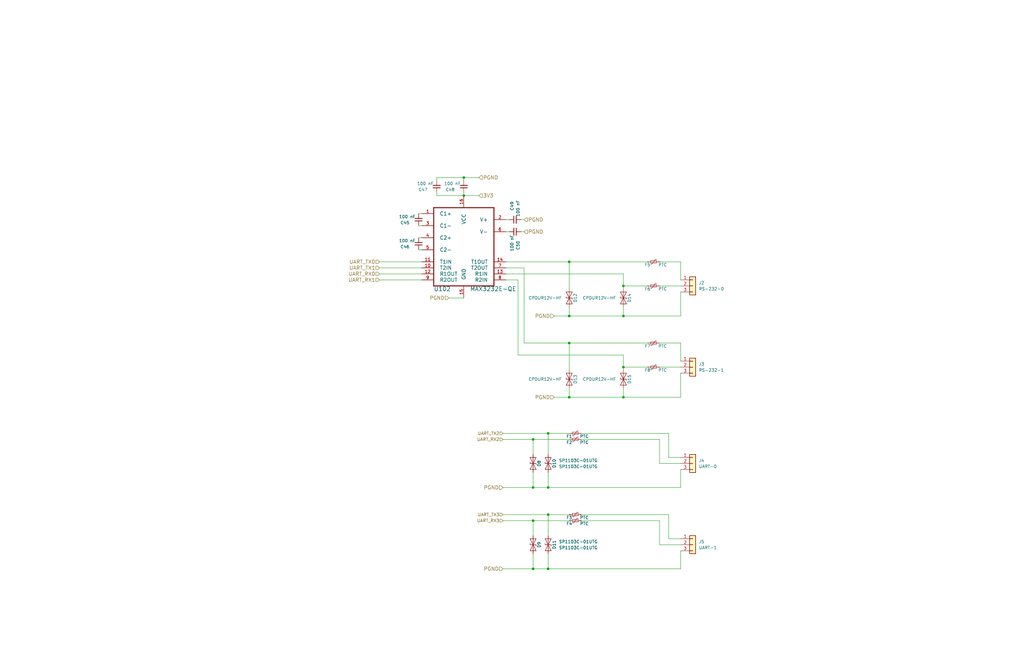
<source format=kicad_sch>
(kicad_sch (version 20230121) (generator eeschema)
  (paper "B")
  (title_block (title "BUM2 LED Controller") (date "2023-01-10") (rev "B"))
  (lib_symbols
    (symbol "Connector_Generic:Conn_01x03" (pin_names (offset 1.016) hide)
      (property "Reference" "J" (at 0 5.08 0))
      (property "Value" "Conn_01x03" (at 0 -5.08 0))
      (symbol "Conn_01x03_1_1"
        (rectangle (start -1.27 -2.413) (end 0 -2.667) (stroke (width 0.1524)))
        (rectangle (start -1.27 0.127) (end 0 -0.127) (stroke (width 0.1524)))
        (rectangle (start -1.27 2.667) (end 0 2.413) (stroke (width 0.1524)))
        (rectangle (start -1.27 3.81) (end 1.27 -3.81) (stroke (width 0.254)) (fill (type background)))
        (pin passive line (at -5.08 2.54 0) (length 3.81) (name "Pin_1") (number "1"))
        (pin passive line (at -5.08 0 0) (length 3.81) (name "Pin_2") (number "2"))
        (pin passive line (at -5.08 -2.54 0) (length 3.81) (name "Pin_3") (number "3"))
      )
    )
    (symbol "Dual-Mag-Camera-Control-rescue:D_TVS-SPC-Control-rescue" (pin_numbers hide) (pin_names (offset 1.016) hide)
      (property "Reference" "D" (at 0 2.54 0))
      (property "Value" "D_TVS-SPC-Control-rescue" (at 0 -2.54 0))
      (symbol "D_TVS-SPC-Control-rescue_0_1"
        (polyline (pts (xy 1.27 0) (xy -1.27 0)))
        (polyline (pts (xy -2.54 -1.27) (xy 0 0) (xy -2.54 1.27) (xy -2.54 -1.27)) (stroke (width 0.2032)))
        (polyline (pts (xy 0.508 1.27) (xy 0 1.27) (xy 0 -1.27) (xy -0.508 -1.27)) (stroke (width 0.2032)))
        (polyline (pts (xy 2.54 1.27) (xy 2.54 -1.27) (xy 0 0) (xy 2.54 1.27)) (stroke (width 0.2032)))
      )
      (symbol "D_TVS-SPC-Control-rescue_1_1"
        (pin passive line (at -3.81 0 0) (length 2.54) (name "A1") (number "1"))
        (pin passive line (at 3.81 0 180) (length 2.54) (name "A2") (number "2"))
      )
    )
    (symbol "Dual-Mag-Camera-Control-rescue:Polyfuse_Small-SPC-Control-rescue" (pin_numbers hide) (pin_names (offset 0))
      (property "Reference" "F" (at -1.905 0 90))
      (property "Value" "Polyfuse_Small-SPC-Control-rescue" (at 1.905 0 90))
      (symbol "Polyfuse_Small-SPC-Control-rescue_0_1"
        (rectangle (start -0.508 1.27) (end 0.508 -1.27))
        (polyline (pts (xy 0 2.54) (xy 0 -2.54)))
        (polyline (pts (xy -1.016 1.27) (xy -1.016 0.762) (xy 1.016 -0.762) (xy 1.016 -1.27)))
      )
      (symbol "Polyfuse_Small-SPC-Control-rescue_1_1"
        (pin passive line (at 0 2.54 270) (length 0.635) (name "~") (number "1"))
        (pin passive line (at 0 -2.54 90) (length 0.635) (name "~") (number "2"))
      )
    )
    (symbol "EyeRIS-LRAUV-Control-rescue:C_Small-SPC-Control-rescue-EyeRIS-LRAUV-Control-rescue" (pin_numbers hide) (pin_names (offset 0.254) hide)
      (property "Reference" "C" (at 0.254 1.778 0))
      (property "Value" "C_Small-SPC-Control-rescue-EyeRIS-LRAUV-Control-rescue" (at 0.254 -2.032 0))
      (symbol "C_Small-SPC-Control-rescue-EyeRIS-LRAUV-Control-rescue_0_1"
        (polyline (pts (xy -1.524 -0.508) (xy 1.524 -0.508)) (stroke (width 0.3302)))
        (polyline (pts (xy -1.524 0.508) (xy 1.524 0.508)) (stroke (width 0.3048)))
      )
      (symbol "C_Small-SPC-Control-rescue-EyeRIS-LRAUV-Control-rescue_1_1"
        (pin passive line (at 0 2.54 270) (length 2.032) (name "~") (number "1"))
        (pin passive line (at 0 -2.54 90) (length 2.032) (name "~") (number "2"))
      )
    )
    (symbol "EyeRIS-LRAUV-Control-rescue:MAX3232E-SPC-Control-rescue-EyeRIS-LRAUV-Control-rescue" (pin_names (offset 2.54))
      (property "Reference" "U" (at 11.43 16.51 0))
      (property "Value" "MAX3232E-SPC-Control-rescue-EyeRIS-LRAUV-Control-rescue" (at -13.97 17.78 0))
      (symbol "MAX3232E-SPC-Control-rescue-EyeRIS-LRAUV-Control-rescue_0_0"
        (polyline (pts (xy -10.16 15.24) (xy -10.16 -17.78)) (stroke (width 0.4064)))
        (polyline (pts (xy -10.16 15.24) (xy 15.24 15.24)) (stroke (width 0.4064)))
        (polyline (pts (xy 15.24 -17.78) (xy -10.16 -17.78)) (stroke (width 0.4064)) (fill (type background)))
        (polyline (pts (xy 15.24 -17.78) (xy 15.24 15.24)) (stroke (width 0.4064)))
        (pin bidirectional line (at -15.24 12.7 0) (length 5.08) (name "C1+") (number "1"))
        (pin input line (at -15.24 -10.16 0) (length 5.08) (name "T2IN") (number "10"))
        (pin input line (at -15.24 -7.62 0) (length 5.08) (name "T1IN") (number "11"))
        (pin output line (at -15.24 -12.7 0) (length 5.08) (name "R1OUT") (number "12"))
        (pin input line (at 20.32 -12.7 180) (length 5.08) (name "R1IN") (number "13"))
        (pin output line (at 20.32 -7.62 180) (length 5.08) (name "T1OUT") (number "14"))
        (pin bidirectional line (at 2.54 -22.86 90) (length 5.08) (name "GND") (number "15"))
        (pin bidirectional line (at 2.54 20.32 270) (length 5.08) (name "VCC") (number "16"))
        (pin bidirectional line (at 20.32 10.16 180) (length 5.08) (name "V+") (number "2"))
        (pin bidirectional line (at -15.24 7.62 0) (length 5.08) (name "C1-") (number "3"))
        (pin bidirectional line (at -15.24 2.54 0) (length 5.08) (name "C2+") (number "4"))
        (pin bidirectional line (at -15.24 -2.54 0) (length 5.08) (name "C2-") (number "5"))
        (pin bidirectional line (at 20.32 5.08 180) (length 5.08) (name "V-") (number "6"))
        (pin output line (at 20.32 -10.16 180) (length 5.08) (name "T2OUT") (number "7"))
        (pin input line (at 20.32 -15.24 180) (length 5.08) (name "R2IN") (number "8"))
        (pin output line (at -15.24 -15.24 0) (length 5.08) (name "R2OUT") (number "9"))
      )
    )
  )
  (junction (at 224.79 205.74))
  (junction (at 240.03 133.35))
  (junction (at 224.79 240.03))
  (junction (at 231.14 217.17))
  (junction (at 224.79 219.71))
  (junction (at 240.03 144.78))
  (junction (at 262.89 120.65))
  (junction (at 224.79 185.42))
  (junction (at 262.89 167.64))
  (junction (at 231.14 240.03))
  (junction (at 262.89 133.35))
  (junction (at 240.03 167.64))
  (junction (at 195.58 74.93))
  (junction (at 262.89 154.94))
  (junction (at 231.14 182.88))
  (junction (at 240.03 110.49))
  (junction (at 231.14 205.74))
  (junction (at 195.58 82.55))
  (wire (pts (xy 184.15 74.93) (xy 184.15 76.2)))
  (wire (pts (xy 195.58 82.55) (xy 201.93 82.55)))
  (wire (pts (xy 218.44 149.86) (xy 262.89 149.86)))
  (wire (pts (xy 245.11 217.17) (xy 281.94 217.17)))
  (wire (pts (xy 231.14 217.17) (xy 240.03 217.17)))
  (wire (pts (xy 176.53 100.33) (xy 177.8 100.33)))
  (wire (pts (xy 177.8 90.17) (xy 176.53 90.17)))
  (wire (pts (xy 231.14 205.74) (xy 287.02 205.74)))
  (wire (pts (xy 240.03 110.49) (xy 273.05 110.49)))
  (wire (pts (xy 160.02 110.49) (xy 177.8 110.49)))
  (wire (pts (xy 287.02 123.19) (xy 287.02 133.35)))
  (wire (pts (xy 195.58 125.73) (xy 189.23 125.73)))
  (wire (pts (xy 262.89 120.65) (xy 262.89 121.92)))
  (wire (pts (xy 224.79 240.03) (xy 212.09 240.03)))
  (wire (pts (xy 213.36 97.79) (xy 214.63 97.79)))
  (wire (pts (xy 224.79 185.42) (xy 224.79 191.77)))
  (wire (pts (xy 262.89 115.57) (xy 262.89 120.65)))
  (wire (pts (xy 231.14 199.39) (xy 231.14 205.74)))
  (wire (pts (xy 262.89 149.86) (xy 262.89 154.94)))
  (wire (pts (xy 231.14 240.03) (xy 224.79 240.03)))
  (wire (pts (xy 212.09 219.71) (xy 224.79 219.71)))
  (wire (pts (xy 195.58 76.2) (xy 195.58 74.93)))
  (wire (pts (xy 262.89 154.94) (xy 262.89 156.21)))
  (wire (pts (xy 160.02 113.03) (xy 177.8 113.03)))
  (wire (pts (xy 212.09 217.17) (xy 231.14 217.17)))
  (wire (pts (xy 278.13 195.58) (xy 287.02 195.58)))
  (wire (pts (xy 184.15 74.93) (xy 195.58 74.93)))
  (wire (pts (xy 262.89 167.64) (xy 287.02 167.64)))
  (wire (pts (xy 184.15 82.55) (xy 195.58 82.55)))
  (wire (pts (xy 278.13 120.65) (xy 287.02 120.65)))
  (wire (pts (xy 231.14 205.74) (xy 224.79 205.74)))
  (wire (pts (xy 262.89 154.94) (xy 273.05 154.94)))
  (wire (pts (xy 195.58 74.93) (xy 201.93 74.93)))
  (wire (pts (xy 281.94 217.17) (xy 281.94 227.33)))
  (wire (pts (xy 281.94 193.04) (xy 287.02 193.04)))
  (wire (pts (xy 287.02 240.03) (xy 287.02 232.41)))
  (wire (pts (xy 224.79 219.71) (xy 240.03 219.71)))
  (wire (pts (xy 233.68 133.35) (xy 240.03 133.35)))
  (wire (pts (xy 213.36 113.03) (xy 220.98 113.03)))
  (wire (pts (xy 281.94 227.33) (xy 287.02 227.33)))
  (wire (pts (xy 231.14 182.88) (xy 231.14 191.77)))
  (wire (pts (xy 262.89 120.65) (xy 273.05 120.65)))
  (wire (pts (xy 160.02 115.57) (xy 177.8 115.57)))
  (wire (pts (xy 262.89 163.83) (xy 262.89 167.64)))
  (wire (pts (xy 220.98 113.03) (xy 220.98 144.78)))
  (wire (pts (xy 278.13 229.87) (xy 287.02 229.87)))
  (wire (pts (xy 287.02 110.49) (xy 287.02 118.11)))
  (wire (pts (xy 213.36 110.49) (xy 240.03 110.49)))
  (wire (pts (xy 245.11 182.88) (xy 281.94 182.88)))
  (wire (pts (xy 224.79 185.42) (xy 240.03 185.42)))
  (wire (pts (xy 287.02 205.74) (xy 287.02 198.12)))
  (wire (pts (xy 213.36 118.11) (xy 218.44 118.11)))
  (wire (pts (xy 240.03 144.78) (xy 240.03 156.21)))
  (wire (pts (xy 278.13 154.94) (xy 287.02 154.94)))
  (wire (pts (xy 224.79 233.68) (xy 224.79 240.03)))
  (wire (pts (xy 278.13 219.71) (xy 278.13 229.87)))
  (wire (pts (xy 176.53 95.25) (xy 177.8 95.25)))
  (wire (pts (xy 220.98 144.78) (xy 240.03 144.78)))
  (wire (pts (xy 213.36 115.57) (xy 262.89 115.57)))
  (wire (pts (xy 281.94 182.88) (xy 281.94 193.04)))
  (wire (pts (xy 220.98 92.71) (xy 219.71 92.71)))
  (wire (pts (xy 231.14 182.88) (xy 240.03 182.88)))
  (wire (pts (xy 240.03 110.49) (xy 240.03 121.92)))
  (wire (pts (xy 278.13 144.78) (xy 287.02 144.78)))
  (wire (pts (xy 245.11 185.42) (xy 278.13 185.42)))
  (wire (pts (xy 287.02 157.48) (xy 287.02 167.64)))
  (wire (pts (xy 231.14 233.68) (xy 231.14 240.03)))
  (wire (pts (xy 218.44 118.11) (xy 218.44 149.86)))
  (wire (pts (xy 262.89 133.35) (xy 287.02 133.35)))
  (wire (pts (xy 195.58 82.55) (xy 195.58 81.28)))
  (wire (pts (xy 231.14 217.17) (xy 231.14 226.06)))
  (wire (pts (xy 240.03 163.83) (xy 240.03 167.64)))
  (wire (pts (xy 214.63 92.71) (xy 213.36 92.71)))
  (wire (pts (xy 240.03 129.54) (xy 240.03 133.35)))
  (wire (pts (xy 219.71 97.79) (xy 220.98 97.79)))
  (wire (pts (xy 231.14 240.03) (xy 287.02 240.03)))
  (wire (pts (xy 240.03 144.78) (xy 273.05 144.78)))
  (wire (pts (xy 262.89 129.54) (xy 262.89 133.35)))
  (wire (pts (xy 224.79 219.71) (xy 224.79 226.06)))
  (wire (pts (xy 224.79 205.74) (xy 212.09 205.74)))
  (wire (pts (xy 240.03 167.64) (xy 262.89 167.64)))
  (wire (pts (xy 184.15 82.55) (xy 184.15 81.28)))
  (wire (pts (xy 287.02 144.78) (xy 287.02 152.4)))
  (wire (pts (xy 278.13 185.42) (xy 278.13 195.58)))
  (wire (pts (xy 240.03 133.35) (xy 262.89 133.35)))
  (wire (pts (xy 212.09 185.42) (xy 224.79 185.42)))
  (wire (pts (xy 176.53 105.41) (xy 177.8 105.41)))
  (wire (pts (xy 160.02 118.11) (xy 177.8 118.11)))
  (wire (pts (xy 224.79 199.39) (xy 224.79 205.74)))
  (wire (pts (xy 212.09 182.88) (xy 231.14 182.88)))
  (wire (pts (xy 233.68 167.64) (xy 240.03 167.64)))
  (wire (pts (xy 278.13 110.49) (xy 287.02 110.49)))
  (wire (pts (xy 245.11 219.71) (xy 278.13 219.71)))
  (hierarchical_label "PGND" (shape input) (at 220.98 97.79 0) (effects (font (size 1.524 1.524))))
  (hierarchical_label "UART_TX3" (shape input) (at 212.09 217.17 180))
  (hierarchical_label "PGND" (shape input) (at 220.98 92.71 0) (effects (font (size 1.524 1.524))))
  (hierarchical_label "PGND" (shape input) (at 189.23 125.73 180) (effects (font (size 1.524 1.524))))
  (hierarchical_label "PGND" (shape input) (at 212.09 205.74 180) (effects (font (size 1.524 1.524))))
  (hierarchical_label "UART_RX2" (shape input) (at 212.09 185.42 180))
  (hierarchical_label "PGND" (shape input) (at 212.09 240.03 180) (effects (font (size 1.524 1.524))))
  (hierarchical_label "UART_TX1" (shape input) (at 160.02 113.03 180) (effects (font (size 1.524 1.524))))
  (hierarchical_label "UART_TX0" (shape input) (at 160.02 110.49 180) (effects (font (size 1.524 1.524))))
  (hierarchical_label "UART_TX2" (shape input) (at 212.09 182.88 180))
  (hierarchical_label "PGND" (shape input) (at 233.68 133.35 180) (effects (font (size 1.524 1.524))))
  (hierarchical_label "UART_RX0" (shape input) (at 160.02 115.57 180) (effects (font (size 1.524 1.524))))
  (hierarchical_label "PGND" (shape input) (at 233.68 167.64 180) (effects (font (size 1.524 1.524))))
  (hierarchical_label "PGND" (shape input) (at 201.93 74.93 0) (effects (font (size 1.524 1.524))))
  (hierarchical_label "UART_RX1" (shape input) (at 160.02 118.11 180) (effects (font (size 1.524 1.524))))
  (hierarchical_label "UART_RX3" (shape input) (at 212.09 219.71 180))
  (hierarchical_label "3V3" (shape input) (at 201.93 82.55 0) (effects (font (size 1.524 1.524))))
  (symbol (lib_id "EyeRIS-LRAUV-Control-rescue:MAX3232E-SPC-Control-rescue-EyeRIS-LRAUV-Control-rescue") (at 193.04 102.87 0) (unit 1)
    (property "Reference" "U102" (at 182.88 121.92 0) (effects (font (size 1.778 1.778)) (justify left)))
    (property "Value" "MAX3232E-QE" (at 198.12 121.92 0) (effects (font (size 1.778 1.778)) (justify left)))
    (property "Footprint" "Package_SO:TSSOP-16_4.4x5mm_P0.65mm" (effects hide))
    (property "Datasheet" "http://www.ti.com/general/docs/suppproductinfo.tsp?distId=10&gotoUrl=http%3A%2F%2Fwww.ti.com%2Flit%2Fgpn%2Fmax3232e-q1" (effects hide))
    (property "Link" "https://www.digikey.com/en/products/detail/texas-instruments/MAX3232EIPWRQ1/1868538?s=N4IgjCBcpgbFoDGUBmBDANgZwKYBoQB7KAbXAAYAOWATgFYQBdAgBwBcoQBlNgJwEsAdgHMQAXwK0EIZJHTZ8RUiAAs5GgGZNTVh0jc%2BQ0RJAAmOqemz5uAsUhlTYU7DAB2HSHaceAkeIIVFUorVExbJQdwOlhKSktmLz0DP2MCAFpLaBkoPgBXRXsyBkTvfQCQdJVQuXDC5S0wcnhS5PETLLIAWQBBAA0NU0GAUSYxIA" (effects hide))
    (property "Part Number" "296-23467-1-ND" (effects hide))
    (property "Supplier" "Digikey" (effects hide))
  )
  (symbol (lib_id "Dual-Mag-Camera-Control-rescue:D_TVS-SPC-Control-rescue") (at 262.89 160.02 270) (unit 1)
    (property "Reference" "D15" (at 265.43 160.02 0))
    (property "Value" "CPDUR12V-HF" (at 252.73 160.02 90))
    (property "Footprint" "Resistor_SMD:R_0603_1608Metric" (effects hide))
    (property "Datasheet" "https://www.comchiptech.com/admin/files/product/CPDUR%20Series-HF%20RevD394606.pdf" (effects hide))
    (property "Part Number" "641-2082-1-ND" (effects hide))
    (property "Supplier" "Digikey" (effects hide))
    (property "Link" "https://www.digikey.com/en/products/detail/comchip-technology/CPDUR12V-HF/3308691" (effects hide))
  )
  (symbol (lib_id "Dual-Mag-Camera-Control-rescue:D_TVS-SPC-Control-rescue") (at 231.14 195.58 270) (unit 1)
    (property "Reference" "D10" (at 233.68 195.58 0))
    (property "Value" "SP1103C-01UTG" (at 243.84 194.31 90))
    (property "Footprint" "Resistor_SMD:R_0603_1608Metric" (effects hide))
    (property "Datasheet" "https://www.digikey.com/product-detail/en/bourns-inc/CDSOD323-T15C/CDSOD323-T15CCT-ND/3742034" (effects hide))
    (property "Part Number" "F10154CT-ND" (effects hide))
    (property "Supplier" "Digikey" (effects hide))
    (property "Link" "https://www.digikey.com/en/products/detail/littelfuse-inc/SP1103C-01UTG/7402656" (effects hide))
  )
  (symbol (lib_id "Dual-Mag-Camera-Control-rescue:Polyfuse_Small-SPC-Control-rescue") (at 275.59 154.94 270) (unit 1)
    (property "Reference" "F8" (at 273.05 156.21 90))
    (property "Value" "PTC" (at 279.4 156.21 90))
    (property "Footprint" "Resistor_SMD:R_0603_1608Metric" (effects hide))
    (property "Datasheet" "https://www.belfuse.com/resources/datasheets/circuitprotection/ds-cp-0zcm-series.pdf" (effects hide))
    (property "Part Number" "507-0ZCM0001FF2GCT-ND" (effects hide))
    (property "Supplier" "Digikey" (effects hide))
    (property "Link" "https://www.digikey.com/en/products/detail/bel-fuse-inc/0ZCM0001FF2G/10270528" (effects hide))
  )
  (symbol (lib_id "Dual-Mag-Camera-Control-rescue:Polyfuse_Small-SPC-Control-rescue") (at 242.57 182.88 270) (unit 1)
    (property "Reference" "F1" (at 240.03 184.15 90))
    (property "Value" "PTC" (at 246.38 184.15 90))
    (property "Footprint" "Resistor_SMD:R_0603_1608Metric" (effects hide))
    (property "Datasheet" "https://www.belfuse.com/resources/datasheets/circuitprotection/ds-cp-0zcm-series.pdf" (effects hide))
    (property "Part Number" "507-0ZCM0001FF2GCT-ND" (effects hide))
    (property "Supplier" "Digikey" (effects hide))
    (property "Link" "https://www.digikey.com/en/products/detail/bel-fuse-inc/0ZCM0001FF2G/10270528" (effects hide))
  )
  (symbol (lib_id "Connector_Generic:Conn_01x03") (at 292.1 154.94 0) (unit 1)
    (property "Reference" "J3" (at 294.64 153.6699 0) (effects (justify left)))
    (property "Value" "RS-232-1" (at 294.64 156.2099 0) (effects (justify left)))
    (property "Footprint" "ProjectFootprints:009276003021906" (effects hide))
    (property "Datasheet" "https://datasheets.kyocera-avx.com/PokeHomeHorizontal_00-9276.pdf" (effects hide))
    (property "Part Number" "478-009276003021906CT-ND" (effects hide))
    (property "Supplier" "Digikey" (effects hide))
    (property "Link" "https://www.digikey.com/en/products/detail/kyocera-avx/009276003021906/11308047" (effects hide))
  )
  (symbol (lib_id "Dual-Mag-Camera-Control-rescue:D_TVS-SPC-Control-rescue") (at 224.79 195.58 270) (unit 1)
    (property "Reference" "D8" (at 227.33 195.58 0))
    (property "Value" "SP1103C-01UTG" (at 243.84 196.85 90))
    (property "Footprint" "Resistor_SMD:R_0603_1608Metric" (effects hide))
    (property "Datasheet" "https://www.digikey.com/product-detail/en/bourns-inc/CDSOD323-T15C/CDSOD323-T15CCT-ND/3742034" (effects hide))
    (property "Part Number" "F10154CT-ND" (effects hide))
    (property "Supplier" "Digikey" (effects hide))
    (property "Link" "https://www.digikey.com/en/products/detail/littelfuse-inc/SP1103C-01UTG/7402656" (effects hide))
  )
  (symbol (lib_id "Dual-Mag-Camera-Control-rescue:Polyfuse_Small-SPC-Control-rescue") (at 242.57 219.71 270) (unit 1)
    (property "Reference" "F4" (at 240.03 220.98 90))
    (property "Value" "PTC" (at 246.38 220.98 90))
    (property "Footprint" "Resistor_SMD:R_0603_1608Metric" (effects hide))
    (property "Datasheet" "https://www.belfuse.com/resources/datasheets/circuitprotection/ds-cp-0zcm-series.pdf" (effects hide))
    (property "Part Number" "507-0ZCM0001FF2GCT-ND" (effects hide))
    (property "Supplier" "Digikey" (effects hide))
    (property "Link" "https://www.digikey.com/en/products/detail/bel-fuse-inc/0ZCM0001FF2G/10270528" (effects hide))
  )
  (symbol (lib_id "Dual-Mag-Camera-Control-rescue:D_TVS-SPC-Control-rescue") (at 240.03 160.02 270) (unit 1)
    (property "Reference" "D13" (at 242.57 160.02 0))
    (property "Value" "CPDUR12V-HF" (at 229.87 160.02 90))
    (property "Footprint" "Resistor_SMD:R_0603_1608Metric" (effects hide))
    (property "Datasheet" "https://www.comchiptech.com/admin/files/product/CPDUR%20Series-HF%20RevD394606.pdf" (effects hide))
    (property "Part Number" "641-2082-1-ND" (effects hide))
    (property "Supplier" "Digikey" (effects hide))
    (property "Link" "https://www.digikey.com/en/products/detail/comchip-technology/CPDUR12V-HF/3308691" (effects hide))
  )
  (symbol (lib_id "EyeRIS-LRAUV-Control-rescue:C_Small-SPC-Control-rescue-EyeRIS-LRAUV-Control-rescue") (at 176.53 102.87 180) (unit 1)
    (property "Reference" "C46" (at 172.72 104.14 0) (effects (justify left)))
    (property "Value" "100 nF" (at 175.26 101.6 0) (effects (justify left)))
    (property "Footprint" "Capacitor_SMD:C_0603_1608Metric" (effects hide))
    (property "Datasheet" "https://www.murata.com/~/media/webrenewal/support/library/catalog/products/capacitor/mlcc/c03e.ashx" (effects hide))
    (property "Link" "http://www.digikey.com/product-detail/en/murata-electronics-north-america/GRM188R71H104KA93D/490-1519-1-ND/587854" (effects hide))
    (property "Part Number" "490-14357-1-ND" (effects hide))
    (property "Supplier" "Digikey" (effects hide))
  )
  (symbol (lib_id "Connector_Generic:Conn_01x03") (at 292.1 120.65 0) (unit 1)
    (property "Reference" "J2" (at 294.64 119.3799 0) (effects (justify left)))
    (property "Value" "RS-232-0" (at 294.64 121.9199 0) (effects (justify left)))
    (property "Footprint" "ProjectFootprints:009276003021906" (effects hide))
    (property "Datasheet" "https://datasheets.kyocera-avx.com/PokeHomeHorizontal_00-9276.pdf" (effects hide))
    (property "Part Number" "478-009276003021906CT-ND" (effects hide))
    (property "Supplier" "Digikey" (effects hide))
    (property "Link" "https://www.digikey.com/en/products/detail/kyocera-avx/009276003021906/11308047" (effects hide))
  )
  (symbol (lib_id "Connector_Generic:Conn_01x03") (at 292.1 229.87 0) (unit 1)
    (property "Reference" "J5" (at 294.64 228.6 0) (effects (justify left)))
    (property "Value" "UART-1" (at 294.64 231.14 0) (effects (justify left)))
    (property "Footprint" "ProjectFootprints:009276003021906" (effects hide))
    (property "Datasheet" "https://datasheets.kyocera-avx.com/PokeHomeHorizontal_00-9276.pdf" (effects hide))
    (property "Part Number" "478-009276003021906CT-ND" (effects hide))
    (property "Supplier" "Digikey" (effects hide))
    (property "Link" "https://www.digikey.com/en/products/detail/kyocera-avx/009276003021906/11308047" (effects hide))
  )
  (symbol (lib_id "Dual-Mag-Camera-Control-rescue:D_TVS-SPC-Control-rescue") (at 224.79 229.87 270) (unit 1)
    (property "Reference" "D9" (at 227.33 229.87 0))
    (property "Value" "SP1103C-01UTG" (at 243.84 231.14 90))
    (property "Footprint" "Resistor_SMD:R_0603_1608Metric" (effects hide))
    (property "Datasheet" "https://www.digikey.com/product-detail/en/bourns-inc/CDSOD323-T15C/CDSOD323-T15CCT-ND/3742034" (effects hide))
    (property "Part Number" "F10154CT-ND" (effects hide))
    (property "Supplier" "Digikey" (effects hide))
    (property "Link" "https://www.digikey.com/en/products/detail/littelfuse-inc/SP1103C-01UTG/7402656" (effects hide))
  )
  (symbol (lib_id "Dual-Mag-Camera-Control-rescue:D_TVS-SPC-Control-rescue") (at 262.89 125.73 270) (unit 1)
    (property "Reference" "D14" (at 265.43 125.73 0))
    (property "Value" "CPDUR12V-HF" (at 252.73 125.73 90))
    (property "Footprint" "Resistor_SMD:R_0603_1608Metric" (effects hide))
    (property "Datasheet" "https://www.comchiptech.com/admin/files/product/CPDUR%20Series-HF%20RevD394606.pdf" (effects hide))
    (property "Part Number" "641-2082-1-ND" (effects hide))
    (property "Supplier" "Digikey" (effects hide))
    (property "Link" "https://www.digikey.com/en/products/detail/comchip-technology/CPDUR12V-HF/3308691" (effects hide))
  )
  (symbol (lib_id "Dual-Mag-Camera-Control-rescue:D_TVS-SPC-Control-rescue") (at 240.03 125.73 270) (unit 1)
    (property "Reference" "D12" (at 242.57 125.73 0))
    (property "Value" "CPDUR12V-HF" (at 229.87 125.73 90))
    (property "Footprint" "Resistor_SMD:R_0603_1608Metric" (effects hide))
    (property "Datasheet" "https://www.comchiptech.com/admin/files/product/CPDUR%20Series-HF%20RevD394606.pdf" (effects hide))
    (property "Part Number" "641-2082-1-ND" (effects hide))
    (property "Supplier" "Digikey" (effects hide))
    (property "Link" "https://www.digikey.com/en/products/detail/comchip-technology/CPDUR12V-HF/3308691" (effects hide))
  )
  (symbol (lib_id "Dual-Mag-Camera-Control-rescue:Polyfuse_Small-SPC-Control-rescue") (at 275.59 120.65 270) (unit 1)
    (property "Reference" "F6" (at 273.05 121.92 90))
    (property "Value" "PTC" (at 279.4 121.92 90))
    (property "Footprint" "Resistor_SMD:R_0603_1608Metric" (effects hide))
    (property "Datasheet" "https://www.belfuse.com/resources/datasheets/circuitprotection/ds-cp-0zcm-series.pdf" (effects hide))
    (property "Part Number" "507-0ZCM0001FF2GCT-ND" (effects hide))
    (property "Supplier" "Digikey" (effects hide))
    (property "Link" "https://www.digikey.com/en/products/detail/bel-fuse-inc/0ZCM0001FF2G/10270528" (effects hide))
  )
  (symbol (lib_id "EyeRIS-LRAUV-Control-rescue:C_Small-SPC-Control-rescue-EyeRIS-LRAUV-Control-rescue") (at 217.17 92.71 90) (unit 1)
    (property "Reference" "C49" (at 215.9 88.9 0) (effects (justify left)))
    (property "Value" "100 nF" (at 218.44 91.44 0) (effects (justify left)))
    (property "Footprint" "Capacitor_SMD:C_0603_1608Metric" (effects hide))
    (property "Datasheet" "https://www.murata.com/~/media/webrenewal/support/library/catalog/products/capacitor/mlcc/c03e.ashx" (effects hide))
    (property "Link" "http://www.digikey.com/product-detail/en/murata-electronics-north-america/GRM188R71H104KA93D/490-1519-1-ND/587854" (effects hide))
    (property "Part Number" "490-14357-1-ND" (effects hide))
    (property "Supplier" "Digikey" (effects hide))
  )
  (symbol (lib_id "EyeRIS-LRAUV-Control-rescue:C_Small-SPC-Control-rescue-EyeRIS-LRAUV-Control-rescue") (at 195.58 78.74 180) (unit 1)
    (property "Reference" "C48" (at 191.77 80.01 0) (effects (justify left)))
    (property "Value" "100 nF" (at 194.31 77.47 0) (effects (justify left)))
    (property "Footprint" "Capacitor_SMD:C_0603_1608Metric" (effects hide))
    (property "Datasheet" "https://www.murata.com/~/media/webrenewal/support/library/catalog/products/capacitor/mlcc/c03e.ashx" (effects hide))
    (property "Link" "http://www.digikey.com/product-detail/en/murata-electronics-north-america/GRM188R71H104KA93D/490-1519-1-ND/587854" (effects hide))
    (property "Part Number" "490-14357-1-ND" (effects hide))
    (property "Supplier" "Digikey" (effects hide))
  )
  (symbol (lib_id "Connector_Generic:Conn_01x03") (at 292.1 195.58 0) (unit 1)
    (property "Reference" "J4" (at 294.64 194.31 0) (effects (justify left)))
    (property "Value" "UART-0" (at 294.64 196.85 0) (effects (justify left)))
    (property "Footprint" "ProjectFootprints:009276003021906" (effects hide))
    (property "Datasheet" "https://datasheets.kyocera-avx.com/PokeHomeHorizontal_00-9276.pdf" (effects hide))
    (property "Part Number" "478-009276003021906CT-ND" (effects hide))
    (property "Supplier" "Digikey" (effects hide))
    (property "Link" "https://www.digikey.com/en/products/detail/kyocera-avx/009276003021906/11308047" (effects hide))
  )
  (symbol (lib_id "Dual-Mag-Camera-Control-rescue:D_TVS-SPC-Control-rescue") (at 231.14 229.87 270) (unit 1)
    (property "Reference" "D11" (at 233.68 229.87 0))
    (property "Value" "SP1103C-01UTG" (at 243.84 228.6 90))
    (property "Footprint" "Resistor_SMD:R_0603_1608Metric" (effects hide))
    (property "Datasheet" "https://www.digikey.com/product-detail/en/bourns-inc/CDSOD323-T15C/CDSOD323-T15CCT-ND/3742034" (effects hide))
    (property "Part Number" "F10154CT-ND" (effects hide))
    (property "Supplier" "Digikey" (effects hide))
    (property "Link" "https://www.digikey.com/en/products/detail/littelfuse-inc/SP1103C-01UTG/7402656" (effects hide))
  )
  (symbol (lib_id "EyeRIS-LRAUV-Control-rescue:C_Small-SPC-Control-rescue-EyeRIS-LRAUV-Control-rescue") (at 176.53 92.71 180) (unit 1)
    (property "Reference" "C45" (at 172.72 93.98 0) (effects (justify left)))
    (property "Value" "100 nF" (at 175.26 91.44 0) (effects (justify left)))
    (property "Footprint" "Capacitor_SMD:C_0603_1608Metric" (effects hide))
    (property "Datasheet" "https://www.murata.com/~/media/webrenewal/support/library/catalog/products/capacitor/mlcc/c03e.ashx" (effects hide))
    (property "Link" "http://www.digikey.com/product-detail/en/murata-electronics-north-america/GRM188R71H104KA93D/490-1519-1-ND/587854" (effects hide))
    (property "Part Number" "490-14357-1-ND" (effects hide))
    (property "Supplier" "Digikey" (effects hide))
  )
  (symbol (lib_id "Dual-Mag-Camera-Control-rescue:Polyfuse_Small-SPC-Control-rescue") (at 242.57 185.42 270) (unit 1)
    (property "Reference" "F2" (at 240.03 186.69 90))
    (property "Value" "PTC" (at 246.38 186.69 90))
    (property "Footprint" "Resistor_SMD:R_0603_1608Metric" (effects hide))
    (property "Datasheet" "https://www.belfuse.com/resources/datasheets/circuitprotection/ds-cp-0zcm-series.pdf" (effects hide))
    (property "Part Number" "507-0ZCM0001FF2GCT-ND" (effects hide))
    (property "Supplier" "Digikey" (effects hide))
    (property "Link" "https://www.digikey.com/en/products/detail/bel-fuse-inc/0ZCM0001FF2G/10270528" (effects hide))
  )
  (symbol (lib_id "EyeRIS-LRAUV-Control-rescue:C_Small-SPC-Control-rescue-EyeRIS-LRAUV-Control-rescue") (at 217.17 97.79 270) (unit 1)
    (property "Reference" "C50" (at 218.44 101.6 0) (effects (justify left)))
    (property "Value" "100 nF" (at 215.9 99.06 0) (effects (justify left)))
    (property "Footprint" "Capacitor_SMD:C_0603_1608Metric" (effects hide))
    (property "Datasheet" "https://www.murata.com/~/media/webrenewal/support/library/catalog/products/capacitor/mlcc/c03e.ashx" (effects hide))
    (property "Link" "http://www.digikey.com/product-detail/en/murata-electronics-north-america/GRM188R71H104KA93D/490-1519-1-ND/587854" (effects hide))
    (property "Part Number" "490-14357-1-ND" (effects hide))
    (property "Supplier" "Digikey" (effects hide))
  )
  (symbol (lib_id "Dual-Mag-Camera-Control-rescue:Polyfuse_Small-SPC-Control-rescue") (at 275.59 144.78 270) (unit 1)
    (property "Reference" "F7" (at 273.05 146.05 90))
    (property "Value" "PTC" (at 279.4 146.05 90))
    (property "Footprint" "Resistor_SMD:R_0603_1608Metric" (effects hide))
    (property "Datasheet" "https://www.belfuse.com/resources/datasheets/circuitprotection/ds-cp-0zcm-series.pdf" (effects hide))
    (property "Part Number" "507-0ZCM0001FF2GCT-ND" (effects hide))
    (property "Supplier" "Digikey" (effects hide))
    (property "Link" "https://www.digikey.com/en/products/detail/bel-fuse-inc/0ZCM0001FF2G/10270528" (effects hide))
  )
  (symbol (lib_id "EyeRIS-LRAUV-Control-rescue:C_Small-SPC-Control-rescue-EyeRIS-LRAUV-Control-rescue") (at 184.15 78.74 180) (unit 1)
    (property "Reference" "C47" (at 180.34 80.01 0) (effects (justify left)))
    (property "Value" "100 nF" (at 182.88 77.47 0) (effects (justify left)))
    (property "Footprint" "Capacitor_SMD:C_0603_1608Metric" (effects hide))
    (property "Datasheet" "https://www.murata.com/~/media/webrenewal/support/library/catalog/products/capacitor/mlcc/c03e.ashx" (effects hide))
    (property "Link" "http://www.digikey.com/product-detail/en/murata-electronics-north-america/GRM188R71H104KA93D/490-1519-1-ND/587854" (effects hide))
    (property "Part Number" "490-14357-1-ND" (effects hide))
    (property "Supplier" "Digikey" (effects hide))
  )
  (symbol (lib_id "Dual-Mag-Camera-Control-rescue:Polyfuse_Small-SPC-Control-rescue") (at 242.57 217.17 270) (unit 1)
    (property "Reference" "F3" (at 240.03 218.44 90))
    (property "Value" "PTC" (at 246.38 218.44 90))
    (property "Footprint" "Resistor_SMD:R_0603_1608Metric" (effects hide))
    (property "Datasheet" "https://www.belfuse.com/resources/datasheets/circuitprotection/ds-cp-0zcm-series.pdf" (effects hide))
    (property "Part Number" "507-0ZCM0001FF2GCT-ND" (effects hide))
    (property "Supplier" "Digikey" (effects hide))
    (property "Link" "https://www.digikey.com/en/products/detail/bel-fuse-inc/0ZCM0001FF2G/10270528" (effects hide))
  )
  (symbol (lib_id "Dual-Mag-Camera-Control-rescue:Polyfuse_Small-SPC-Control-rescue") (at 275.59 110.49 270) (unit 1)
    (property "Reference" "F5" (at 273.05 111.76 90))
    (property "Value" "PTC" (at 279.4 111.76 90))
    (property "Footprint" "Resistor_SMD:R_0603_1608Metric" (effects hide))
    (property "Datasheet" "https://www.belfuse.com/resources/datasheets/circuitprotection/ds-cp-0zcm-series.pdf" (effects hide))
    (property "Part Number" "507-0ZCM0001FF2GCT-ND" (effects hide))
    (property "Supplier" "Digikey" (effects hide))
    (property "Link" "https://www.digikey.com/en/products/detail/bel-fuse-inc/0ZCM0001FF2G/10270528" (effects hide))
  )
)
</source>
